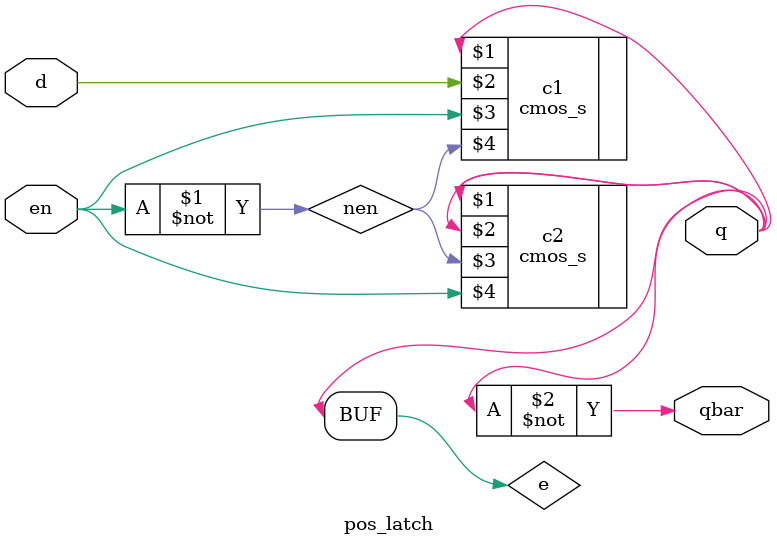
<source format=v>
`timescale 1ns / 1ps

module pos_latch(
    input d, en,
    output q,qbar 
    );
    
    wire e, nen;
    not n1(nen, en);
    
    cmos_s c1(e,d,en, nen);
    not n2(qbar,e);
    not n3(q, qbar);
    
    cmos_s c2(e,q,nen,en);

endmodule

</source>
